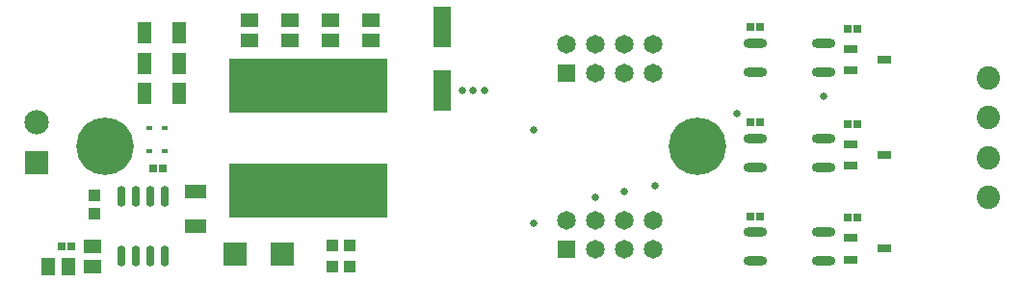
<source format=gts>
G04*
G04 #@! TF.GenerationSoftware,Altium Limited,Altium Designer,21.3.1 (25)*
G04*
G04 Layer_Color=8388736*
%FSLAX25Y25*%
%MOIN*%
G70*
G04*
G04 #@! TF.SameCoordinates,28642905-D900-4296-AB16-E10C3E418D5C*
G04*
G04*
G04 #@! TF.FilePolarity,Negative*
G04*
G01*
G75*
%ADD38R,0.55100X0.18700*%
%ADD39R,0.02090X0.01775*%
%ADD40R,0.02762X0.02959*%
%ADD41R,0.06499X0.13979*%
%ADD42O,0.08074X0.03350*%
%ADD43R,0.04728X0.02759*%
%ADD44R,0.04649X0.07287*%
%ADD45R,0.05987X0.04767*%
%ADD46R,0.04767X0.05987*%
%ADD47R,0.03861X0.04058*%
%ADD48R,0.08074X0.08074*%
%ADD49O,0.02956X0.07287*%
%ADD50R,0.04058X0.03861*%
%ADD51R,0.07287X0.04649*%
%ADD52C,0.19885*%
%ADD53C,0.06499*%
%ADD54R,0.06499X0.06499*%
%ADD55C,0.08074*%
%ADD56R,0.08468X0.08468*%
%ADD57C,0.08468*%
%ADD58C,0.02562*%
D38*
X109000Y-28300D02*
D03*
Y-64700D02*
D03*
D39*
X54303Y-51000D02*
D03*
X59500D02*
D03*
Y-43000D02*
D03*
X54303D02*
D03*
D40*
X299173Y-41500D02*
D03*
X295827D02*
D03*
X262154Y-41000D02*
D03*
X265500D02*
D03*
X299173Y-74000D02*
D03*
X295827D02*
D03*
X299173Y-8500D02*
D03*
X295827D02*
D03*
X262154Y-73500D02*
D03*
X265500D02*
D03*
X262154Y-8000D02*
D03*
X265500D02*
D03*
X23827Y-84000D02*
D03*
X27173D02*
D03*
X58673Y-57000D02*
D03*
X55327D02*
D03*
D41*
X155500Y-7976D02*
D03*
Y-30024D02*
D03*
D42*
X263689Y-13500D02*
D03*
Y-23500D02*
D03*
X287311D02*
D03*
Y-13500D02*
D03*
X263689Y-46500D02*
D03*
Y-56500D02*
D03*
X287311Y-56500D02*
D03*
Y-46500D02*
D03*
X263689Y-79000D02*
D03*
X263689Y-89000D02*
D03*
X287311D02*
D03*
Y-79000D02*
D03*
D43*
X296693Y-48520D02*
D03*
Y-56000D02*
D03*
X308307Y-52260D02*
D03*
X296693Y-81020D02*
D03*
Y-88500D02*
D03*
X308307Y-84760D02*
D03*
X296693Y-15520D02*
D03*
Y-23000D02*
D03*
X308307Y-19260D02*
D03*
D44*
X64366Y-31000D02*
D03*
X52634D02*
D03*
X64366Y-20500D02*
D03*
X52634D02*
D03*
X64366Y-10000D02*
D03*
X52634D02*
D03*
D45*
X34500Y-83996D02*
D03*
Y-91004D02*
D03*
X130661Y-5491D02*
D03*
Y-12499D02*
D03*
X116661Y-5491D02*
D03*
Y-12499D02*
D03*
X102661Y-5491D02*
D03*
Y-12499D02*
D03*
X88661Y-5491D02*
D03*
Y-12499D02*
D03*
D46*
X18996Y-91000D02*
D03*
X26004D02*
D03*
D47*
X123531D02*
D03*
X117469D02*
D03*
X117469Y-83500D02*
D03*
X123531D02*
D03*
D48*
X100268Y-86500D02*
D03*
X83732D02*
D03*
D49*
X44500Y-87236D02*
D03*
X49500D02*
D03*
X54500D02*
D03*
X59500D02*
D03*
X44500Y-66764D02*
D03*
X49500D02*
D03*
X54500D02*
D03*
X59500D02*
D03*
D50*
X35000Y-72531D02*
D03*
Y-66469D02*
D03*
D51*
X70000Y-65134D02*
D03*
Y-76866D02*
D03*
D52*
X38949Y-49213D02*
D03*
X243673D02*
D03*
D53*
X228500Y-14000D02*
D03*
X218500D02*
D03*
X228500Y-24000D02*
D03*
X218500D02*
D03*
X208500Y-14000D02*
D03*
Y-24000D02*
D03*
X198500Y-14000D02*
D03*
X228500Y-75000D02*
D03*
X218500D02*
D03*
X228500Y-85000D02*
D03*
X218500D02*
D03*
X208500Y-75000D02*
D03*
Y-85000D02*
D03*
X198500Y-75000D02*
D03*
D54*
X198500Y-24000D02*
D03*
X198500Y-85000D02*
D03*
D55*
X344500Y-67000D02*
D03*
Y-53220D02*
D03*
Y-39441D02*
D03*
Y-25661D02*
D03*
D56*
X15149Y-54890D02*
D03*
D57*
Y-41110D02*
D03*
D58*
X287500Y-32000D02*
D03*
X166000Y-30000D02*
D03*
X170000D02*
D03*
X162524Y-29976D02*
D03*
X187000Y-43500D02*
D03*
Y-76000D02*
D03*
X229000Y-63000D02*
D03*
X218500Y-65000D02*
D03*
X208500Y-67000D02*
D03*
X257500Y-38000D02*
D03*
M02*

</source>
